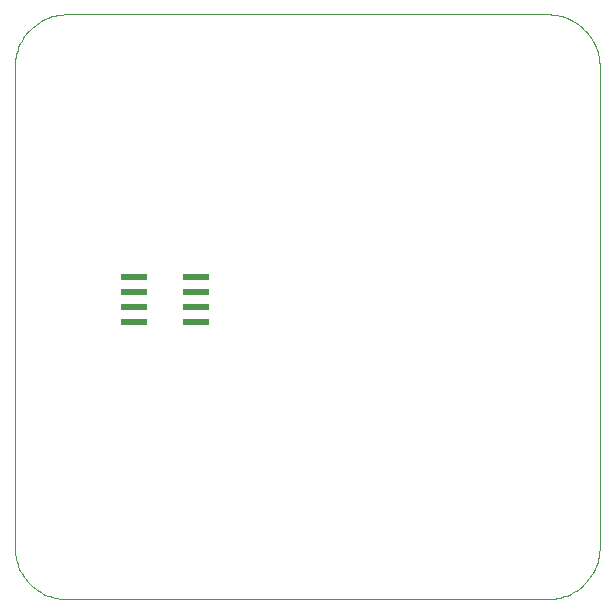
<source format=gbp>
G75*
G70*
%OFA0B0*%
%FSLAX24Y24*%
%IPPOS*%
%LPD*%
%AMOC8*
5,1,8,0,0,1.08239X$1,22.5*
%
%ADD10C,0.0000*%
%ADD11R,0.0870X0.0240*%
D10*
X001175Y002925D02*
X001175Y018925D01*
X001177Y019008D01*
X001183Y019091D01*
X001193Y019174D01*
X001207Y019256D01*
X001224Y019338D01*
X001246Y019418D01*
X001271Y019497D01*
X001300Y019575D01*
X001333Y019652D01*
X001370Y019727D01*
X001409Y019800D01*
X001453Y019871D01*
X001499Y019940D01*
X001549Y020007D01*
X001602Y020071D01*
X001658Y020133D01*
X001717Y020192D01*
X001779Y020248D01*
X001843Y020301D01*
X001910Y020351D01*
X001979Y020397D01*
X002050Y020441D01*
X002123Y020480D01*
X002198Y020517D01*
X002275Y020550D01*
X002353Y020579D01*
X002432Y020604D01*
X002512Y020626D01*
X002594Y020643D01*
X002676Y020657D01*
X002759Y020667D01*
X002842Y020673D01*
X002925Y020675D01*
X018925Y020675D01*
X019008Y020673D01*
X019091Y020667D01*
X019174Y020657D01*
X019256Y020643D01*
X019338Y020626D01*
X019418Y020604D01*
X019497Y020579D01*
X019575Y020550D01*
X019652Y020517D01*
X019727Y020480D01*
X019800Y020441D01*
X019871Y020397D01*
X019940Y020351D01*
X020007Y020301D01*
X020071Y020248D01*
X020133Y020192D01*
X020192Y020133D01*
X020248Y020071D01*
X020301Y020007D01*
X020351Y019940D01*
X020397Y019871D01*
X020441Y019800D01*
X020480Y019727D01*
X020517Y019652D01*
X020550Y019575D01*
X020579Y019497D01*
X020604Y019418D01*
X020626Y019338D01*
X020643Y019256D01*
X020657Y019174D01*
X020667Y019091D01*
X020673Y019008D01*
X020675Y018925D01*
X020675Y002925D01*
X020673Y002842D01*
X020667Y002759D01*
X020657Y002676D01*
X020643Y002594D01*
X020626Y002512D01*
X020604Y002432D01*
X020579Y002353D01*
X020550Y002275D01*
X020517Y002198D01*
X020480Y002123D01*
X020441Y002050D01*
X020397Y001979D01*
X020351Y001910D01*
X020301Y001843D01*
X020248Y001779D01*
X020192Y001717D01*
X020133Y001658D01*
X020071Y001602D01*
X020007Y001549D01*
X019940Y001499D01*
X019871Y001453D01*
X019800Y001409D01*
X019727Y001370D01*
X019652Y001333D01*
X019575Y001300D01*
X019497Y001271D01*
X019418Y001246D01*
X019338Y001224D01*
X019256Y001207D01*
X019174Y001193D01*
X019091Y001183D01*
X019008Y001177D01*
X018925Y001175D01*
X002925Y001175D01*
X002842Y001177D01*
X002759Y001183D01*
X002676Y001193D01*
X002594Y001207D01*
X002512Y001224D01*
X002432Y001246D01*
X002353Y001271D01*
X002275Y001300D01*
X002198Y001333D01*
X002123Y001370D01*
X002050Y001409D01*
X001979Y001453D01*
X001910Y001499D01*
X001843Y001549D01*
X001779Y001602D01*
X001717Y001658D01*
X001658Y001717D01*
X001602Y001779D01*
X001549Y001843D01*
X001499Y001910D01*
X001453Y001979D01*
X001409Y002050D01*
X001370Y002123D01*
X001333Y002198D01*
X001300Y002275D01*
X001271Y002353D01*
X001246Y002432D01*
X001224Y002512D01*
X001207Y002594D01*
X001193Y002676D01*
X001183Y002759D01*
X001177Y002842D01*
X001175Y002925D01*
D11*
X005145Y010425D03*
X005145Y010925D03*
X005145Y011425D03*
X005145Y011925D03*
X007205Y011925D03*
X007205Y011425D03*
X007205Y010925D03*
X007205Y010425D03*
M02*

</source>
